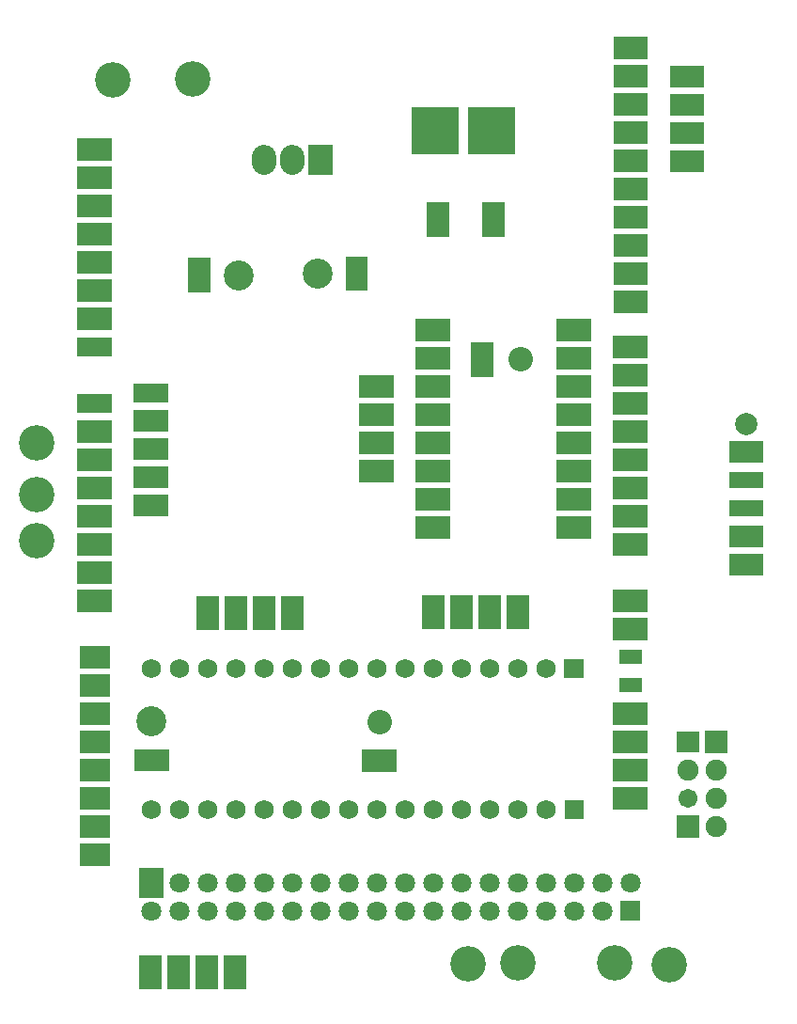
<source format=gts>
G04 Layer: TopSolderMaskLayer*
G04 EasyEDA v6.4.17, 2021-03-30T11:05:58--3:00*
G04 e54f85b4d2414f64907e96423a573e64,e32968b322094deeae1279e20ae9dd51,10*
G04 Gerber Generator version 0.2*
G04 Scale: 100 percent, Rotated: No, Reflected: No *
G04 Dimensions in millimeters *
G04 leading zeros omitted , absolute positions ,4 integer and 5 decimal *
%FSLAX45Y45*%
%MOMM*%

%ADD41C,2.2032*%
%ADD42C,3.2032*%
%ADD43C,2.7032*%
%ADD50C,2.0032*%
%ADD52C,1.9032*%
%ADD55C,1.7032*%
%ADD57C,1.7272*%
%ADD60C,1.8032*%

%LPD*%
D41*
X27999232Y6499090D02*
G01*
X27999232Y6549090D01*
X27745232Y6499090D02*
G01*
X27745232Y6549090D01*
D42*
G01*
X29584040Y-718794D03*
G01*
X30034052Y-708888D03*
G01*
X30906237Y-708507D03*
G01*
X31393129Y-721309D03*
G01*
X26380744Y7240092D03*
G01*
X27102638Y7253376D03*
G01*
X25701243Y3978300D03*
G01*
X25698450Y3509390D03*
G01*
X25701243Y3098698D03*
D43*
G01*
X28229534Y5498769D03*
G36*
X28479495Y5343652D02*
G01*
X28479495Y5654039D01*
X28679648Y5654039D01*
X28679648Y5343652D01*
G37*
G36*
X29710888Y5832094D02*
G01*
X29710888Y6142481D01*
X29911040Y6142481D01*
X29911040Y5832094D01*
G37*
G36*
X29210761Y5832094D02*
G01*
X29210761Y6142481D01*
X29411168Y6142481D01*
X29411168Y5832094D01*
G37*
G36*
X28142945Y6388862D02*
G01*
X28142945Y6659118D01*
X28363418Y6659118D01*
X28363418Y6388862D01*
G37*
G36*
X26573225Y4342384D02*
G01*
X26573225Y4512818D01*
X26883613Y4512818D01*
X26883613Y4342384D01*
G37*
G36*
X26573225Y3311397D02*
G01*
X26573225Y3511804D01*
X26883613Y3511804D01*
X26883613Y3311397D01*
G37*
G36*
X26573225Y3565397D02*
G01*
X26573225Y3765804D01*
X26883613Y3765804D01*
X26883613Y3565397D01*
G37*
G36*
X26573225Y3819397D02*
G01*
X26573225Y4019804D01*
X26883613Y4019804D01*
X26883613Y3819397D01*
G37*
G36*
X26573225Y4073397D02*
G01*
X26573225Y4273804D01*
X26883613Y4273804D01*
X26883613Y4073397D01*
G37*
G36*
X30891479Y677163D02*
G01*
X30891479Y877570D01*
X31201613Y877570D01*
X31201613Y677163D01*
G37*
G36*
X30891479Y2455163D02*
G01*
X30891479Y2655570D01*
X31201613Y2655570D01*
X31201613Y2455163D01*
G37*
G36*
X30891479Y2201163D02*
G01*
X30891479Y2401570D01*
X31201613Y2401570D01*
X31201613Y2201163D01*
G37*
G36*
X30946343Y1982215D02*
G01*
X30946343Y2112518D01*
X31146750Y2112518D01*
X31146750Y1982215D01*
G37*
G36*
X30946343Y1728215D02*
G01*
X30946343Y1858518D01*
X31146750Y1858518D01*
X31146750Y1728215D01*
G37*
G36*
X30891479Y1439163D02*
G01*
X30891479Y1639570D01*
X31201613Y1639570D01*
X31201613Y1439163D01*
G37*
G36*
X30891479Y1185163D02*
G01*
X30891479Y1385570D01*
X31201613Y1385570D01*
X31201613Y1185163D01*
G37*
G36*
X30891479Y931163D02*
G01*
X30891479Y1131570D01*
X31201613Y1131570D01*
X31201613Y931163D01*
G37*
G36*
X29113479Y3112007D02*
G01*
X29113479Y3312160D01*
X29423613Y3312160D01*
X29423613Y3112007D01*
G37*
G36*
X29113479Y4890007D02*
G01*
X29113479Y5090160D01*
X29423613Y5090160D01*
X29423613Y4890007D01*
G37*
G36*
X29113479Y4636007D02*
G01*
X29113479Y4836160D01*
X29423613Y4836160D01*
X29423613Y4636007D01*
G37*
G36*
X29113479Y4382007D02*
G01*
X29113479Y4582160D01*
X29423613Y4582160D01*
X29423613Y4382007D01*
G37*
G36*
X29113479Y4128007D02*
G01*
X29113479Y4328160D01*
X29423613Y4328160D01*
X29423613Y4128007D01*
G37*
G36*
X29113479Y3874007D02*
G01*
X29113479Y4074160D01*
X29423613Y4074160D01*
X29423613Y3874007D01*
G37*
G36*
X29113479Y3620007D02*
G01*
X29113479Y3820160D01*
X29423613Y3820160D01*
X29423613Y3620007D01*
G37*
G36*
X29113479Y3366007D02*
G01*
X29113479Y3566160D01*
X29423613Y3566160D01*
X29423613Y3366007D01*
G37*
G36*
X30891225Y4741163D02*
G01*
X30891225Y4941570D01*
X31201613Y4941570D01*
X31201613Y4741163D01*
G37*
G36*
X30891225Y2963163D02*
G01*
X30891225Y3163570D01*
X31201613Y3163570D01*
X31201613Y2963163D01*
G37*
G36*
X30891225Y3217163D02*
G01*
X30891225Y3417570D01*
X31201613Y3417570D01*
X31201613Y3217163D01*
G37*
G36*
X30891225Y3471163D02*
G01*
X30891225Y3671570D01*
X31201613Y3671570D01*
X31201613Y3471163D01*
G37*
G36*
X30891225Y3725163D02*
G01*
X30891225Y3925570D01*
X31201613Y3925570D01*
X31201613Y3725163D01*
G37*
G36*
X30891225Y3979163D02*
G01*
X30891225Y4179570D01*
X31201613Y4179570D01*
X31201613Y3979163D01*
G37*
G36*
X30891225Y4233163D02*
G01*
X30891225Y4433570D01*
X31201613Y4433570D01*
X31201613Y4233163D01*
G37*
G36*
X30891225Y4487163D02*
G01*
X30891225Y4687570D01*
X31201613Y4687570D01*
X31201613Y4487163D01*
G37*
G36*
X30381193Y4892547D02*
G01*
X30381193Y5092954D01*
X30691582Y5092954D01*
X30691582Y4892547D01*
G37*
G36*
X30381193Y3114547D02*
G01*
X30381193Y3314954D01*
X30691582Y3314954D01*
X30691582Y3114547D01*
G37*
G36*
X30381193Y3368547D02*
G01*
X30381193Y3568954D01*
X30691582Y3568954D01*
X30691582Y3368547D01*
G37*
G36*
X30381193Y3622547D02*
G01*
X30381193Y3822954D01*
X30691582Y3822954D01*
X30691582Y3622547D01*
G37*
G36*
X30381193Y3876547D02*
G01*
X30381193Y4076954D01*
X30691582Y4076954D01*
X30691582Y3876547D01*
G37*
G36*
X30381193Y4130547D02*
G01*
X30381193Y4330954D01*
X30691582Y4330954D01*
X30691582Y4130547D01*
G37*
G36*
X30381193Y4384547D02*
G01*
X30381193Y4584954D01*
X30691582Y4584954D01*
X30691582Y4384547D01*
G37*
G36*
X30381193Y4638547D02*
G01*
X30381193Y4838954D01*
X30691582Y4838954D01*
X30691582Y4638547D01*
G37*
G36*
X26085545Y1947163D02*
G01*
X26085545Y2147570D01*
X26355802Y2147570D01*
X26355802Y1947163D01*
G37*
G36*
X26085545Y169163D02*
G01*
X26085545Y369570D01*
X26355802Y369570D01*
X26355802Y169163D01*
G37*
G36*
X26085545Y423163D02*
G01*
X26085545Y623570D01*
X26355802Y623570D01*
X26355802Y423163D01*
G37*
G36*
X26085545Y677163D02*
G01*
X26085545Y877570D01*
X26355802Y877570D01*
X26355802Y677163D01*
G37*
G36*
X26085545Y931163D02*
G01*
X26085545Y1131570D01*
X26355802Y1131570D01*
X26355802Y931163D01*
G37*
G36*
X26085545Y1185163D02*
G01*
X26085545Y1385570D01*
X26355802Y1385570D01*
X26355802Y1185163D01*
G37*
G36*
X26085545Y1439163D02*
G01*
X26085545Y1639570D01*
X26355802Y1639570D01*
X26355802Y1439163D01*
G37*
G36*
X26085545Y1693163D02*
G01*
X26085545Y1893570D01*
X26355802Y1893570D01*
X26355802Y1693163D01*
G37*
G36*
X26065479Y4248404D02*
G01*
X26065479Y4418837D01*
X26375868Y4418837D01*
X26375868Y4248404D01*
G37*
G36*
X26065479Y2455418D02*
G01*
X26065479Y2655823D01*
X26375868Y2655823D01*
X26375868Y2455418D01*
G37*
G36*
X26065479Y2709418D02*
G01*
X26065479Y2909823D01*
X26375868Y2909823D01*
X26375868Y2709418D01*
G37*
G36*
X26065479Y2963418D02*
G01*
X26065479Y3163823D01*
X26375868Y3163823D01*
X26375868Y2963418D01*
G37*
G36*
X26065479Y3217418D02*
G01*
X26065479Y3417823D01*
X26375868Y3417823D01*
X26375868Y3217418D01*
G37*
G36*
X26065479Y3471418D02*
G01*
X26065479Y3671823D01*
X26375868Y3671823D01*
X26375868Y3471418D01*
G37*
G36*
X26065479Y3725418D02*
G01*
X26065479Y3925823D01*
X26375868Y3925823D01*
X26375868Y3725418D01*
G37*
G36*
X26065479Y3979418D02*
G01*
X26065479Y4179823D01*
X26375868Y4179823D01*
X26375868Y3979418D01*
G37*
G36*
X28603193Y4384294D02*
G01*
X28603193Y4584445D01*
X28913582Y4584445D01*
X28913582Y4384294D01*
G37*
G36*
X28603193Y3622294D02*
G01*
X28603193Y3822445D01*
X28913582Y3822445D01*
X28913582Y3622294D01*
G37*
G36*
X28603193Y3876294D02*
G01*
X28603193Y4076445D01*
X28913582Y4076445D01*
X28913582Y3876294D01*
G37*
G36*
X28603193Y4130294D02*
G01*
X28603193Y4330445D01*
X28913582Y4330445D01*
X28913582Y4130294D01*
G37*
G36*
X31934150Y2777744D02*
G01*
X31934150Y2977895D01*
X32244538Y2977895D01*
X32244538Y2777744D01*
G37*
D50*
G01*
X32089343Y4147769D03*
G36*
X31934150Y3793744D02*
G01*
X31934150Y3993895D01*
X32244538Y3993895D01*
X32244538Y3793744D01*
G37*
G36*
X31934150Y3569715D02*
G01*
X31934150Y3709923D01*
X32244538Y3709923D01*
X32244538Y3569715D01*
G37*
G36*
X31934150Y3315715D02*
G01*
X31934150Y3455923D01*
X32244538Y3455923D01*
X32244538Y3315715D01*
G37*
G36*
X31934150Y3031744D02*
G01*
X31934150Y3231895D01*
X32244538Y3231895D01*
X32244538Y3031744D01*
G37*
D52*
G01*
X31817741Y522706D03*
G36*
X31463488Y1189481D02*
G01*
X31463488Y1379981D01*
X31663893Y1379981D01*
X31663893Y1189481D01*
G37*
G36*
X31717488Y1184655D02*
G01*
X31717488Y1384807D01*
X31917893Y1384807D01*
X31917893Y1184655D01*
G37*
G01*
X31563741Y1030706D03*
G01*
X31817741Y1030706D03*
D55*
G01*
X31563741Y776706D03*
D52*
G01*
X31817741Y776706D03*
G36*
X31463488Y422655D02*
G01*
X31463488Y622807D01*
X31663893Y622807D01*
X31663893Y422655D01*
G37*
D43*
G01*
X26732357Y1468805D03*
G36*
X26577290Y1018539D02*
G01*
X26577290Y1218945D01*
X26887424Y1218945D01*
X26887424Y1018539D01*
G37*
D41*
G01*
X28783635Y1462404D03*
G36*
X28628593Y1012189D02*
G01*
X28628593Y1212595D01*
X28938727Y1212595D01*
X28938727Y1012189D01*
G37*
D43*
G01*
X27514168Y5485003D03*
G36*
X27063954Y5329936D02*
G01*
X27063954Y5640070D01*
X27264359Y5640070D01*
X27264359Y5329936D01*
G37*
D41*
G01*
X30058944Y4726787D03*
G36*
X29608779Y4571745D02*
G01*
X29608779Y4881879D01*
X29809186Y4881879D01*
X29809186Y4571745D01*
G37*
G36*
X30892750Y5147818D02*
G01*
X30892750Y5347970D01*
X31203138Y5347970D01*
X31203138Y5147818D01*
G37*
G36*
X30892750Y7433818D02*
G01*
X30892750Y7633970D01*
X31203138Y7633970D01*
X31203138Y7433818D01*
G37*
G36*
X30892750Y7179818D02*
G01*
X30892750Y7379970D01*
X31203138Y7379970D01*
X31203138Y7179818D01*
G37*
G36*
X30892750Y6925818D02*
G01*
X30892750Y7125970D01*
X31203138Y7125970D01*
X31203138Y6925818D01*
G37*
G36*
X30892750Y6671818D02*
G01*
X30892750Y6871970D01*
X31203138Y6871970D01*
X31203138Y6671818D01*
G37*
G36*
X30892750Y6417818D02*
G01*
X30892750Y6617970D01*
X31203138Y6617970D01*
X31203138Y6417818D01*
G37*
G36*
X30892750Y6163818D02*
G01*
X30892750Y6363970D01*
X31203138Y6363970D01*
X31203138Y6163818D01*
G37*
G36*
X30892750Y5909818D02*
G01*
X30892750Y6109970D01*
X31203138Y6109970D01*
X31203138Y5909818D01*
G37*
G36*
X30892750Y5655818D02*
G01*
X30892750Y5855970D01*
X31203138Y5855970D01*
X31203138Y5655818D01*
G37*
G36*
X30892750Y5401818D02*
G01*
X30892750Y5601970D01*
X31203138Y5601970D01*
X31203138Y5401818D01*
G37*
G36*
X29583379Y6575552D02*
G01*
X29583379Y6995668D01*
X30003750Y6995668D01*
X30003750Y6575552D01*
G37*
G36*
X29075379Y6575552D02*
G01*
X29075379Y6995668D01*
X29495750Y6995668D01*
X29495750Y6575552D01*
G37*
G36*
X29930598Y2297176D02*
G01*
X29930598Y2607563D01*
X30131004Y2607563D01*
X30131004Y2297176D01*
G37*
G36*
X29168598Y2297176D02*
G01*
X29168598Y2607563D01*
X29369004Y2607563D01*
X29369004Y2297176D01*
G37*
G36*
X29422598Y2297176D02*
G01*
X29422598Y2607563D01*
X29623004Y2607563D01*
X29623004Y2297176D01*
G37*
G36*
X29676598Y2297176D02*
G01*
X29676598Y2607563D01*
X29877004Y2607563D01*
X29877004Y2297176D01*
G37*
D57*
G01*
X26727353Y1944903D03*
G36*
X30451043Y1858518D02*
G01*
X30451043Y2031237D01*
X30623763Y2031237D01*
X30623763Y1858518D01*
G37*
G01*
X30283353Y1944903D03*
G01*
X30029353Y1944903D03*
G01*
X29775353Y1944903D03*
G01*
X29521353Y1944903D03*
G01*
X29267353Y1944903D03*
G01*
X29013353Y1944903D03*
G01*
X28759353Y1944903D03*
G01*
X28505353Y1944903D03*
G01*
X28251353Y1944903D03*
G01*
X27997353Y1944903D03*
G01*
X27743353Y1944903D03*
G01*
X27489353Y1944903D03*
G01*
X27235353Y1944903D03*
G01*
X26981353Y1944903D03*
G01*
X26729842Y676097D03*
G36*
X30453584Y589787D02*
G01*
X30453584Y762507D01*
X30626304Y762507D01*
X30626304Y589787D01*
G37*
G01*
X30285842Y676097D03*
G01*
X30031842Y676097D03*
G01*
X29777842Y676097D03*
G01*
X29523842Y676097D03*
G01*
X29269842Y676097D03*
G01*
X29015842Y676097D03*
G01*
X28761842Y676097D03*
G01*
X28507842Y676097D03*
G01*
X28253842Y676097D03*
G01*
X27999842Y676097D03*
G01*
X27745842Y676097D03*
G01*
X27491842Y676097D03*
G01*
X27237842Y676097D03*
G01*
X26983842Y676097D03*
G36*
X26618184Y-119634D02*
G01*
X26618184Y150621D01*
X26838656Y150621D01*
X26838656Y-119634D01*
G37*
G36*
X30956250Y-328676D02*
G01*
X30956250Y-148336D01*
X31136590Y-148336D01*
X31136590Y-328676D01*
G37*
D60*
G01*
X31046445Y15417D03*
G01*
X30792445Y-238582D03*
G01*
X30792445Y15417D03*
G01*
X30538445Y-238582D03*
G01*
X30538445Y15417D03*
G01*
X30284445Y-238582D03*
G01*
X30284445Y15417D03*
G01*
X30030445Y-238582D03*
G01*
X30030445Y15417D03*
G01*
X29776445Y-238582D03*
G01*
X29776445Y15417D03*
G01*
X29522445Y-238582D03*
G01*
X29522445Y15417D03*
G01*
X29268445Y-238582D03*
G01*
X29268445Y15417D03*
G01*
X29014445Y-238582D03*
G01*
X29014445Y15417D03*
G01*
X28760445Y-238582D03*
G01*
X28760445Y15417D03*
G01*
X28506445Y-238582D03*
G01*
X28506445Y15417D03*
G01*
X28252445Y-238582D03*
G01*
X28252445Y15417D03*
G01*
X27998445Y-238582D03*
G01*
X27998445Y15417D03*
G01*
X27744445Y-238582D03*
G01*
X27744445Y15417D03*
G01*
X27490445Y-238582D03*
G01*
X27490445Y15417D03*
G01*
X27236445Y-238582D03*
G01*
X27236445Y15417D03*
G01*
X26982445Y-238582D03*
G01*
X26982445Y15417D03*
G01*
X26728445Y-238582D03*
G36*
X31400750Y7172452D02*
G01*
X31400750Y7372858D01*
X31710884Y7372858D01*
X31710884Y7172452D01*
G37*
G36*
X31400750Y6410452D02*
G01*
X31400750Y6610858D01*
X31710884Y6610858D01*
X31710884Y6410452D01*
G37*
G36*
X31400750Y6664452D02*
G01*
X31400750Y6864858D01*
X31710884Y6864858D01*
X31710884Y6664452D01*
G37*
G36*
X31400750Y6918452D02*
G01*
X31400750Y7118858D01*
X31710884Y7118858D01*
X31710884Y6918452D01*
G37*
G36*
X26065479Y6516370D02*
G01*
X26065479Y6716776D01*
X26375868Y6716776D01*
X26375868Y6516370D01*
G37*
G36*
X26065479Y4753355D02*
G01*
X26065479Y4923536D01*
X26375868Y4923536D01*
X26375868Y4753355D01*
G37*
G36*
X26065479Y4992370D02*
G01*
X26065479Y5192776D01*
X26375868Y5192776D01*
X26375868Y4992370D01*
G37*
G36*
X26065479Y5246370D02*
G01*
X26065479Y5446776D01*
X26375868Y5446776D01*
X26375868Y5246370D01*
G37*
G36*
X26065479Y5500370D02*
G01*
X26065479Y5700776D01*
X26375868Y5700776D01*
X26375868Y5500370D01*
G37*
G36*
X26065479Y5754370D02*
G01*
X26065479Y5954776D01*
X26375868Y5954776D01*
X26375868Y5754370D01*
G37*
G36*
X26065479Y6008370D02*
G01*
X26065479Y6208776D01*
X26375868Y6208776D01*
X26375868Y6008370D01*
G37*
G36*
X26065479Y6262370D02*
G01*
X26065479Y6462776D01*
X26375868Y6462776D01*
X26375868Y6262370D01*
G37*
G36*
X27897836Y2287270D02*
G01*
X27897836Y2597657D01*
X28098241Y2597657D01*
X28098241Y2287270D01*
G37*
G36*
X27135836Y2287270D02*
G01*
X27135836Y2597657D01*
X27336241Y2597657D01*
X27336241Y2287270D01*
G37*
G36*
X27389836Y2287270D02*
G01*
X27389836Y2597657D01*
X27590241Y2597657D01*
X27590241Y2287270D01*
G37*
G36*
X27643836Y2287270D02*
G01*
X27643836Y2597657D01*
X27844241Y2597657D01*
X27844241Y2287270D01*
G37*
G36*
X27386279Y-946912D02*
G01*
X27386279Y-636523D01*
X27586432Y-636523D01*
X27586432Y-946912D01*
G37*
G36*
X26624279Y-946912D02*
G01*
X26624279Y-636523D01*
X26824432Y-636523D01*
X26824432Y-946912D01*
G37*
G36*
X26878279Y-946912D02*
G01*
X26878279Y-636523D01*
X27078432Y-636523D01*
X27078432Y-946912D01*
G37*
G36*
X27132279Y-946912D02*
G01*
X27132279Y-636523D01*
X27332432Y-636523D01*
X27332432Y-946912D01*
G37*
M02*

</source>
